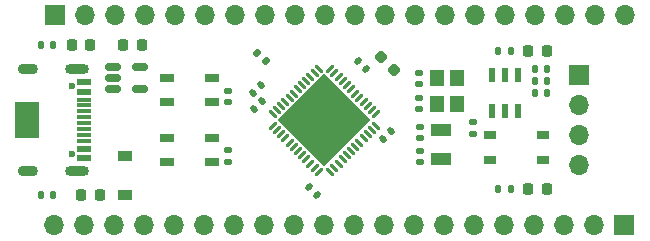
<source format=gts>
%TF.GenerationSoftware,KiCad,Pcbnew,(6.0.4)*%
%TF.CreationDate,2022-03-28T20:40:59+08:00*%
%TF.ProjectId,PCB_F401CCU6_Dev,5043425f-4634-4303-9143-4355365f4465,v0.9*%
%TF.SameCoordinates,Original*%
%TF.FileFunction,Soldermask,Top*%
%TF.FilePolarity,Negative*%
%FSLAX46Y46*%
G04 Gerber Fmt 4.6, Leading zero omitted, Abs format (unit mm)*
G04 Created by KiCad (PCBNEW (6.0.4)) date 2022-03-28 20:40:59*
%MOMM*%
%LPD*%
G01*
G04 APERTURE LIST*
G04 Aperture macros list*
%AMRoundRect*
0 Rectangle with rounded corners*
0 $1 Rounding radius*
0 $2 $3 $4 $5 $6 $7 $8 $9 X,Y pos of 4 corners*
0 Add a 4 corners polygon primitive as box body*
4,1,4,$2,$3,$4,$5,$6,$7,$8,$9,$2,$3,0*
0 Add four circle primitives for the rounded corners*
1,1,$1+$1,$2,$3*
1,1,$1+$1,$4,$5*
1,1,$1+$1,$6,$7*
1,1,$1+$1,$8,$9*
0 Add four rect primitives between the rounded corners*
20,1,$1+$1,$2,$3,$4,$5,0*
20,1,$1+$1,$4,$5,$6,$7,0*
20,1,$1+$1,$6,$7,$8,$9,0*
20,1,$1+$1,$8,$9,$2,$3,0*%
%AMRotRect*
0 Rectangle, with rotation*
0 The origin of the aperture is its center*
0 $1 length*
0 $2 width*
0 $3 Rotation angle, in degrees counterclockwise*
0 Add horizontal line*
21,1,$1,$2,0,0,$3*%
G04 Aperture macros list end*
%ADD10RoundRect,0.135000X0.135000X0.185000X-0.135000X0.185000X-0.135000X-0.185000X0.135000X-0.185000X0*%
%ADD11RoundRect,0.140000X-0.021213X0.219203X-0.219203X0.021213X0.021213X-0.219203X0.219203X-0.021213X0*%
%ADD12RoundRect,0.225000X0.225000X0.250000X-0.225000X0.250000X-0.225000X-0.250000X0.225000X-0.250000X0*%
%ADD13RoundRect,0.218750X0.218750X0.256250X-0.218750X0.256250X-0.218750X-0.256250X0.218750X-0.256250X0*%
%ADD14RoundRect,0.140000X-0.170000X0.140000X-0.170000X-0.140000X0.170000X-0.140000X0.170000X0.140000X0*%
%ADD15RoundRect,0.135000X-0.135000X-0.185000X0.135000X-0.185000X0.135000X0.185000X-0.135000X0.185000X0*%
%ADD16R,1.200000X0.900000*%
%ADD17R,1.700000X1.700000*%
%ADD18O,1.700000X1.700000*%
%ADD19C,0.600000*%
%ADD20R,1.160000X0.600000*%
%ADD21R,1.160000X0.300000*%
%ADD22O,2.000000X0.900000*%
%ADD23O,1.700000X0.900000*%
%ADD24RoundRect,0.140000X0.021213X-0.219203X0.219203X-0.021213X-0.021213X0.219203X-0.219203X0.021213X0*%
%ADD25RoundRect,0.140000X0.219203X0.021213X0.021213X0.219203X-0.219203X-0.021213X-0.021213X-0.219203X0*%
%ADD26RoundRect,0.218750X0.335876X0.026517X0.026517X0.335876X-0.335876X-0.026517X-0.026517X-0.335876X0*%
%ADD27RoundRect,0.062500X0.220971X0.309359X-0.309359X-0.220971X-0.220971X-0.309359X0.309359X0.220971X0*%
%ADD28RoundRect,0.062500X-0.220971X0.309359X-0.309359X0.220971X0.220971X-0.309359X0.309359X-0.220971X0*%
%ADD29RotRect,5.600000X5.600000X225.000000*%
%ADD30R,0.600000X1.200000*%
%ADD31RoundRect,0.135000X-0.185000X0.135000X-0.185000X-0.135000X0.185000X-0.135000X0.185000X0.135000X0*%
%ADD32RoundRect,0.140000X0.170000X-0.140000X0.170000X0.140000X-0.170000X0.140000X-0.170000X-0.140000X0*%
%ADD33R,1.250000X0.700000*%
%ADD34RoundRect,0.218750X-0.218750X-0.256250X0.218750X-0.256250X0.218750X0.256250X-0.218750X0.256250X0*%
%ADD35RoundRect,0.135000X0.226274X0.035355X0.035355X0.226274X-0.226274X-0.035355X-0.035355X-0.226274X0*%
%ADD36R,1.800000X1.000000*%
%ADD37R,1.200000X1.400000*%
%ADD38RoundRect,0.150000X-0.512500X-0.150000X0.512500X-0.150000X0.512500X0.150000X-0.512500X0.150000X0*%
%ADD39R,1.000000X0.700000*%
%ADD40RoundRect,0.135000X0.185000X-0.135000X0.185000X0.135000X-0.185000X0.135000X-0.185000X-0.135000X0*%
G04 APERTURE END LIST*
G36*
X69088000Y-54356000D02*
G01*
X71120000Y-54356000D01*
X71120000Y-57404000D01*
X69088000Y-57404000D01*
X69088000Y-54356000D01*
G37*
D10*
%TO.C,R8*%
X114098800Y-52578000D03*
X113078800Y-52578000D03*
%TD*%
D11*
%TO.C,C10*%
X100923411Y-56810589D03*
X100244589Y-57489411D03*
%TD*%
D12*
%TO.C,C2*%
X79769000Y-49530000D03*
X78219000Y-49530000D03*
%TD*%
D13*
%TO.C,D4*%
X114071500Y-50038000D03*
X112496500Y-50038000D03*
%TD*%
D14*
%TO.C,C7*%
X103378000Y-58468000D03*
X103378000Y-59428000D03*
%TD*%
D15*
%TO.C,R6*%
X109980000Y-61722000D03*
X111000000Y-61722000D03*
%TD*%
D16*
%TO.C,D1*%
X78359000Y-58929000D03*
X78359000Y-62229000D03*
%TD*%
D10*
%TO.C,R10*%
X114096800Y-51562000D03*
X113076800Y-51562000D03*
%TD*%
D14*
%TO.C,C5*%
X103251000Y-54003000D03*
X103251000Y-54963000D03*
%TD*%
D17*
%TO.C,J4*%
X116783000Y-52080000D03*
D18*
X116783000Y-54620000D03*
X116783000Y-57160000D03*
X116783000Y-59700000D03*
%TD*%
D19*
%TO.C,J1*%
X73840000Y-52990000D03*
X73840000Y-58770000D03*
D20*
X74900000Y-52680000D03*
X74900000Y-53480000D03*
D21*
X74900000Y-54630000D03*
X74900000Y-55630000D03*
X74900000Y-56130000D03*
X74900000Y-57130000D03*
D20*
X74900000Y-58280000D03*
X74900000Y-59080000D03*
X74900000Y-59080000D03*
X74900000Y-58280000D03*
D21*
X74900000Y-57630000D03*
X74900000Y-56630000D03*
X74900000Y-55130000D03*
X74900000Y-54130000D03*
D20*
X74900000Y-53480000D03*
X74900000Y-52680000D03*
D22*
X74320000Y-60200000D03*
D23*
X70150000Y-60200000D03*
D22*
X74320000Y-51560000D03*
D23*
X70150000Y-51560000D03*
%TD*%
D15*
%TO.C,R7*%
X109980000Y-50038000D03*
X111000000Y-50038000D03*
%TD*%
D24*
%TO.C,C11*%
X89322589Y-54949411D03*
X90001411Y-54270589D03*
%TD*%
D25*
%TO.C,C9*%
X94624211Y-62239211D03*
X93945389Y-61560389D03*
%TD*%
D26*
%TO.C,FB1*%
X101140847Y-51610847D03*
X100027153Y-50497153D03*
%TD*%
D27*
%TO.C,U2*%
X99625223Y-55393864D03*
X99271670Y-55040311D03*
X98918116Y-54686757D03*
X98564563Y-54333204D03*
X98211010Y-53979651D03*
X97857456Y-53626097D03*
X97503903Y-53272544D03*
X97150349Y-52918990D03*
X96796796Y-52565437D03*
X96443243Y-52211884D03*
X96089689Y-51858330D03*
X95736136Y-51504777D03*
D28*
X94763864Y-51504777D03*
X94410311Y-51858330D03*
X94056757Y-52211884D03*
X93703204Y-52565437D03*
X93349651Y-52918990D03*
X92996097Y-53272544D03*
X92642544Y-53626097D03*
X92288990Y-53979651D03*
X91935437Y-54333204D03*
X91581884Y-54686757D03*
X91228330Y-55040311D03*
X90874777Y-55393864D03*
D27*
X90874777Y-56366136D03*
X91228330Y-56719689D03*
X91581884Y-57073243D03*
X91935437Y-57426796D03*
X92288990Y-57780349D03*
X92642544Y-58133903D03*
X92996097Y-58487456D03*
X93349651Y-58841010D03*
X93703204Y-59194563D03*
X94056757Y-59548116D03*
X94410311Y-59901670D03*
X94763864Y-60255223D03*
D28*
X95736136Y-60255223D03*
X96089689Y-59901670D03*
X96443243Y-59548116D03*
X96796796Y-59194563D03*
X97150349Y-58841010D03*
X97503903Y-58487456D03*
X97857456Y-58133903D03*
X98211010Y-57780349D03*
X98564563Y-57426796D03*
X98918116Y-57073243D03*
X99271670Y-56719689D03*
X99625223Y-56366136D03*
D29*
X95250000Y-55880000D03*
%TD*%
D30*
%TO.C,D5*%
X109426000Y-55094000D03*
X110526000Y-55094000D03*
X111626000Y-55094000D03*
X111626000Y-52094000D03*
X110526000Y-52094000D03*
X109426000Y-52094000D03*
%TD*%
D31*
%TO.C,R4*%
X107823000Y-56005000D03*
X107823000Y-57025000D03*
%TD*%
D32*
%TO.C,C12*%
X87122000Y-54328000D03*
X87122000Y-53368000D03*
%TD*%
%TO.C,C8*%
X103378000Y-57424000D03*
X103378000Y-56464000D03*
%TD*%
D33*
%TO.C,SW1*%
X81945000Y-54340000D03*
X85695000Y-54340000D03*
X81945000Y-52340000D03*
X85695000Y-52340000D03*
%TD*%
D34*
%TO.C,F1*%
X74650500Y-62230000D03*
X76225500Y-62230000D03*
%TD*%
D35*
%TO.C,R3*%
X90276624Y-50906624D03*
X89555376Y-50185376D03*
%TD*%
D24*
%TO.C,C3*%
X89195589Y-53552411D03*
X89874411Y-52873589D03*
%TD*%
D25*
%TO.C,C4*%
X98764411Y-51520411D03*
X98085589Y-50841589D03*
%TD*%
D15*
%TO.C,R1*%
X71245000Y-62230000D03*
X72265000Y-62230000D03*
%TD*%
D36*
%TO.C,Y2*%
X105156000Y-59182000D03*
X105156000Y-56682000D03*
%TD*%
D10*
%TO.C,R9*%
X114096800Y-53594000D03*
X113076800Y-53594000D03*
%TD*%
D13*
%TO.C,D3*%
X114071500Y-61722000D03*
X112496500Y-61722000D03*
%TD*%
D32*
%TO.C,C6*%
X103251000Y-52804000D03*
X103251000Y-51844000D03*
%TD*%
D37*
%TO.C,Y1*%
X106475000Y-54524000D03*
X106475000Y-52324000D03*
X104775000Y-52324000D03*
X104775000Y-54524000D03*
%TD*%
D12*
%TO.C,C1*%
X75438000Y-49530000D03*
X73888000Y-49530000D03*
%TD*%
D33*
%TO.C,SW2*%
X81945000Y-57420000D03*
X85695000Y-57420000D03*
X81945000Y-59420000D03*
X85695000Y-59420000D03*
%TD*%
D38*
%TO.C,U1*%
X77348500Y-51374000D03*
X77348500Y-52324000D03*
X77348500Y-53274000D03*
X79623500Y-53274000D03*
X79623500Y-51374000D03*
%TD*%
D15*
%TO.C,R2*%
X71245000Y-49530000D03*
X72265000Y-49530000D03*
%TD*%
D39*
%TO.C,SW3*%
X113791992Y-57091000D03*
X109291992Y-57091000D03*
X109291992Y-59241000D03*
X113791992Y-59241000D03*
%TD*%
D40*
%TO.C,R5*%
X87122000Y-59438000D03*
X87122000Y-58418000D03*
%TD*%
D17*
%TO.C,J2*%
X72395000Y-46990000D03*
D18*
X74935000Y-46990000D03*
X77475000Y-46990000D03*
X80015000Y-46990000D03*
X82555000Y-46990000D03*
X85095000Y-46990000D03*
X87635000Y-46990000D03*
X90175000Y-46990000D03*
X92715000Y-46990000D03*
X95255000Y-46990000D03*
X97795000Y-46990000D03*
X100335000Y-46990000D03*
X102875000Y-46990000D03*
X105415000Y-46990000D03*
X107955000Y-46990000D03*
X110495000Y-46990000D03*
X113035000Y-46990000D03*
X115575000Y-46990000D03*
X118115000Y-46990000D03*
X120655000Y-46990000D03*
%TD*%
D17*
%TO.C,J3*%
X120650000Y-64770000D03*
D18*
X118110000Y-64770000D03*
X115570000Y-64770000D03*
X113030000Y-64770000D03*
X110490000Y-64770000D03*
X107950000Y-64770000D03*
X105410000Y-64770000D03*
X102870000Y-64770000D03*
X100330000Y-64770000D03*
X97790000Y-64770000D03*
X95250000Y-64770000D03*
X92710000Y-64770000D03*
X90170000Y-64770000D03*
X87630000Y-64770000D03*
X85090000Y-64770000D03*
X82550000Y-64770000D03*
X80010000Y-64770000D03*
X77470000Y-64770000D03*
X74930000Y-64770000D03*
X72390000Y-64770000D03*
%TD*%
M02*

</source>
